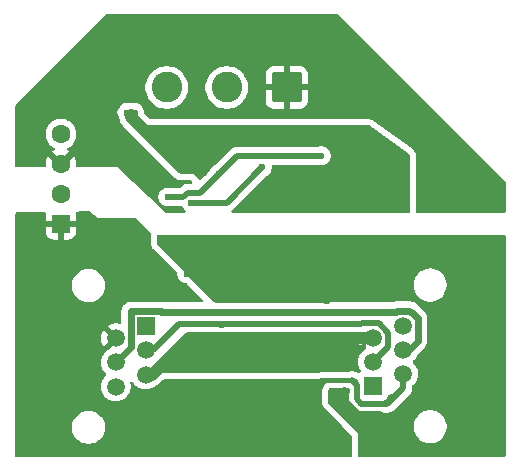
<source format=gbr>
%TF.GenerationSoftware,KiCad,Pcbnew,9.0.7-1.fc43*%
%TF.CreationDate,2026-02-06T20:22:45-08:00*%
%TF.ProjectId,inverter_board,696e7665-7274-4657-925f-626f6172642e,A0*%
%TF.SameCoordinates,PX81390e0PY9540020*%
%TF.FileFunction,Copper,L2,Bot*%
%TF.FilePolarity,Positive*%
%FSLAX46Y46*%
G04 Gerber Fmt 4.6, Leading zero omitted, Abs format (unit mm)*
G04 Created by KiCad (PCBNEW 9.0.7-1.fc43) date 2026-02-06 20:22:45*
%MOMM*%
%LPD*%
G01*
G04 APERTURE LIST*
G04 Aperture macros list*
%AMRoundRect*
0 Rectangle with rounded corners*
0 $1 Rounding radius*
0 $2 $3 $4 $5 $6 $7 $8 $9 X,Y pos of 4 corners*
0 Add a 4 corners polygon primitive as box body*
4,1,4,$2,$3,$4,$5,$6,$7,$8,$9,$2,$3,0*
0 Add four circle primitives for the rounded corners*
1,1,$1+$1,$2,$3*
1,1,$1+$1,$4,$5*
1,1,$1+$1,$6,$7*
1,1,$1+$1,$8,$9*
0 Add four rect primitives between the rounded corners*
20,1,$1+$1,$2,$3,$4,$5,0*
20,1,$1+$1,$4,$5,$6,$7,0*
20,1,$1+$1,$6,$7,$8,$9,0*
20,1,$1+$1,$8,$9,$2,$3,0*%
G04 Aperture macros list end*
%TA.AperFunction,ComponentPad*%
%ADD10RoundRect,0.250000X1.050000X1.050000X-1.050000X1.050000X-1.050000X-1.050000X1.050000X-1.050000X0*%
%TD*%
%TA.AperFunction,ComponentPad*%
%ADD11C,2.600000*%
%TD*%
%TA.AperFunction,ComponentPad*%
%ADD12R,1.520000X1.520000*%
%TD*%
%TA.AperFunction,ComponentPad*%
%ADD13C,1.520000*%
%TD*%
%TA.AperFunction,ComponentPad*%
%ADD14RoundRect,0.240000X-0.560000X-0.560000X0.560000X-0.560000X0.560000X0.560000X-0.560000X0.560000X0*%
%TD*%
%TA.AperFunction,ComponentPad*%
%ADD15C,1.600000*%
%TD*%
%TA.AperFunction,ViaPad*%
%ADD16C,0.600000*%
%TD*%
%TA.AperFunction,Conductor*%
%ADD17C,0.200000*%
%TD*%
%TA.AperFunction,Conductor*%
%ADD18C,0.400000*%
%TD*%
%TA.AperFunction,Conductor*%
%ADD19C,0.500000*%
%TD*%
%TA.AperFunction,Conductor*%
%ADD20C,0.800000*%
%TD*%
%TA.AperFunction,Conductor*%
%ADD21C,1.000000*%
%TD*%
%TA.AperFunction,Conductor*%
%ADD22C,0.600000*%
%TD*%
G04 APERTURE END LIST*
D10*
%TO.P,J3,1,Pin_1*%
%TO.N,GND*%
X-19021000Y31775000D03*
D11*
%TO.P,J3,2,Pin_2*%
%TO.N,Net-(J3-Pin_2)*%
X-24101000Y31775000D03*
%TO.P,J3,3,Pin_3*%
%TO.N,Net-(J3-Pin_3)*%
X-29181000Y31775000D03*
%TD*%
D12*
%TO.P,J2,1*%
%TO.N,unconnected-(J2-Pad1)*%
X-11720000Y6500000D03*
D13*
%TO.P,J2,2*%
%TO.N,GNDPWR*%
X-9180000Y7520000D03*
%TO.P,J2,3*%
%TO.N,/INV_DATA*%
X-11720000Y8540000D03*
%TO.P,J2,4*%
%TO.N,Net-(J1-Pad4)*%
X-9180000Y9560000D03*
%TO.P,J2,5*%
%TO.N,+12V*%
X-11720000Y10580000D03*
%TO.P,J2,6*%
%TO.N,unconnected-(J2-Pad6)*%
X-9180000Y11600000D03*
%TD*%
D14*
%TO.P,B1,1,-Vin*%
%TO.N,GNDPWR*%
X-38139000Y20200000D03*
D15*
%TO.P,B1,2,+Vin*%
%TO.N,+5VP*%
X-38139000Y22740000D03*
%TO.P,B1,3,-Vout*%
%TO.N,GND*%
X-38139000Y25280000D03*
%TO.P,B1,4,+Vout*%
%TO.N,+5V*%
X-38139000Y27820000D03*
%TD*%
D12*
%TO.P,J1,1*%
%TO.N,unconnected-(J1-Pad1)*%
X-30960000Y11550000D03*
D13*
%TO.P,J1,2*%
%TO.N,GNDPWR*%
X-33500000Y10530000D03*
%TO.P,J1,3*%
%TO.N,/INV_DATA*%
X-30960000Y9510000D03*
%TO.P,J1,4*%
%TO.N,Net-(J1-Pad4)*%
X-33500000Y8490000D03*
%TO.P,J1,5*%
%TO.N,+12V*%
X-30960000Y7470000D03*
%TO.P,J1,6*%
%TO.N,unconnected-(J1-Pad6)*%
X-33500000Y6450000D03*
%TD*%
D16*
%TO.N,+5VP*%
X-1101000Y18606000D03*
%TO.N,GNDPWR*%
X-41601000Y20606000D03*
X-41101000Y1106000D03*
%TO.N,+5VP*%
X-1101000Y1106000D03*
%TO.N,GNDPWR*%
X-28601000Y6106000D03*
X-24601000Y6106000D03*
%TO.N,GND*%
X-33601000Y37606000D03*
X-17101000Y37106000D03*
X-1101000Y23606000D03*
%TO.N,+5V*%
X-11301000Y23506000D03*
X-11301000Y24306000D03*
X-17801000Y24206000D03*
%TO.N,+5VP*%
X-11700000Y1400000D03*
X-12400000Y1400000D03*
X-27500000Y16000000D03*
X-27459000Y16641000D03*
X-15641000Y13705000D03*
X-15641000Y14305000D03*
X-10992000Y3950000D03*
X-11525000Y3620000D03*
X-14500000Y6100000D03*
X-13901000Y6106000D03*
%TO.N,+5V*%
X-32553000Y29650000D03*
X-31895000Y29650000D03*
X-26001000Y24506000D03*
X-26053000Y25165000D03*
%TO.N,/INV_DATA*%
X-24500000Y11641000D03*
%TO.N,/DIR*%
X-16101000Y26000000D03*
X-29101000Y22500000D03*
X-24782851Y24472178D03*
%TO.N,Net-(U2-VO)*%
X-21101000Y25000000D03*
X-27101000Y22000000D03*
%TD*%
D17*
%TO.N,+5VP*%
X-13988000Y6107000D02*
X-13901000Y6106000D01*
D18*
%TO.N,GNDPWR*%
X-13500000Y7000000D02*
X-16000000Y7000000D01*
D19*
X-9180000Y7520000D02*
X-9180000Y6320000D01*
X-12700000Y5000000D02*
X-13100000Y5400000D01*
X-9180000Y6320000D02*
X-10500000Y5000000D01*
X-10500000Y5000000D02*
X-12700000Y5000000D01*
X-13100000Y6600000D02*
X-13500000Y7000000D01*
D17*
X-34900000Y9130000D02*
X-33500000Y10530000D01*
D19*
X-13100000Y5400000D02*
X-13100000Y6600000D01*
D17*
X-16000000Y7000000D02*
X-29400000Y7000000D01*
X-29400000Y7000000D02*
X-31300000Y5100000D01*
X-34100000Y5100000D02*
X-34900000Y5900000D01*
X-31300000Y5100000D02*
X-34100000Y5100000D01*
X-34900000Y5900000D02*
X-34900000Y9130000D01*
D20*
%TO.N,+5VP*%
X-14200000Y6071000D02*
X-14200000Y5000000D01*
D21*
X-14200000Y5000000D02*
X-13100000Y3900000D01*
X-13100000Y3900000D02*
X-13090937Y3909063D01*
X-13090937Y3909063D02*
X-11235938Y3909063D01*
D19*
%TO.N,/DIR*%
X-26377515Y22877515D02*
X-27422485Y22877515D01*
X-27422485Y22877515D02*
X-27800000Y22500000D01*
X-24782851Y24472178D02*
X-26377515Y22877515D01*
D21*
%TO.N,+5VP*%
X-15900000Y14000000D02*
X-24900000Y14000000D01*
X-24900000Y14000000D02*
X-27059000Y16159000D01*
X-27059000Y16159000D02*
X-27059000Y16241000D01*
D17*
X-27459000Y16641000D02*
X-27059000Y16241000D01*
X-15641000Y14259000D02*
X-15900000Y14000000D01*
X-11525000Y3620000D02*
X-11235938Y3909063D01*
%TO.N,+5V*%
X-31910000Y29665000D02*
X-31895000Y29650000D01*
X-32216500Y29415000D02*
X-32216500Y29665000D01*
X-32216500Y29665000D02*
X-31910000Y29665000D01*
D21*
X-27856500Y24915000D02*
X-32216500Y29275000D01*
X-26303000Y24915000D02*
X-27856500Y24915000D01*
D17*
X-26053000Y25165000D02*
X-26303000Y24915000D01*
D21*
X-32216500Y29275000D02*
X-32216500Y29415000D01*
%TO.N,+12V*%
X-30450000Y7470000D02*
X-30960000Y7470000D01*
X-27340000Y10580000D02*
X-30450000Y7470000D01*
X-11720000Y10580000D02*
X-27340000Y10580000D01*
D22*
%TO.N,Net-(J1-Pad4)*%
X-32230000Y12800000D02*
X-32221000Y12800000D01*
X-32221000Y12811000D02*
X-29699000Y12811000D01*
X-8596676Y12800000D02*
X-8475000Y12800000D01*
X-8475000Y12800000D02*
X-7910000Y12235000D01*
X-29699000Y12800000D02*
X-9763324Y12800000D01*
X-7910000Y10330000D02*
X-8680000Y9560000D01*
X-32221000Y12800000D02*
X-32221000Y12811000D01*
X-33500000Y8490000D02*
X-32230000Y9760000D01*
X-8657676Y12861000D02*
X-8596676Y12800000D01*
X-7910000Y12235000D02*
X-7910000Y10330000D01*
X-32230000Y9760000D02*
X-32230000Y12800000D01*
D17*
X-8680000Y9560000D02*
X-9180000Y9560000D01*
D22*
X-29699000Y12811000D02*
X-29699000Y12800000D01*
X-9763324Y12800000D02*
X-9702324Y12861000D01*
X-9702324Y12861000D02*
X-8657676Y12861000D01*
D19*
%TO.N,/INV_DATA*%
X-24582000Y11723000D02*
X-28169500Y11723000D01*
X-11285000Y11800000D02*
X-11276000Y11791000D01*
X-12633000Y11800000D02*
X-11285000Y11800000D01*
X-11218387Y11791000D02*
X-10509000Y11081613D01*
X-28169500Y11723000D02*
X-30382500Y9510000D01*
X-10450000Y11002500D02*
X-10450000Y9810000D01*
X-11276000Y11791000D02*
X-11218387Y11791000D01*
D17*
X-30382500Y9510000D02*
X-30960000Y9510000D01*
D19*
X-24418000Y11723000D02*
X-12710000Y11723000D01*
X-12710000Y11723000D02*
X-12633000Y11800000D01*
X-10509000Y11061500D02*
X-10450000Y11002500D01*
X-10450000Y9810000D02*
X-11720000Y8540000D01*
D17*
X-24500000Y11641000D02*
X-24418000Y11723000D01*
D19*
X-10509000Y11081613D02*
X-10509000Y11061500D01*
D17*
X-24500000Y11641000D02*
X-24582000Y11723000D01*
D19*
%TO.N,/DIR*%
X-16101000Y26000000D02*
X-23255029Y26000000D01*
X-23255029Y26000000D02*
X-24782851Y24472178D01*
X-27800000Y22500000D02*
X-29101000Y22500000D01*
%TO.N,Net-(U2-VO)*%
X-24101000Y22000000D02*
X-27101000Y22000000D01*
X-21101000Y25000000D02*
X-24101000Y22000000D01*
%TD*%
%TA.AperFunction,Conductor*%
%TO.N,GNDPWR*%
G36*
X-35774294Y21280315D02*
G01*
X-35766938Y21275204D01*
X-35000000Y20700000D01*
X-31851362Y20700000D01*
X-31784323Y20680315D01*
X-31763681Y20663681D01*
X-30520542Y19420542D01*
X-30487057Y19359219D01*
X-30485485Y19315215D01*
X-30505500Y19176002D01*
X-30505500Y18551360D01*
X-30502603Y18497312D01*
X-30502603Y18497311D01*
X-30499771Y18470978D01*
X-30499768Y18470951D01*
X-30491115Y18417555D01*
X-30491115Y18417553D01*
X-30440834Y18282748D01*
X-30440832Y18282743D01*
X-30407347Y18221420D01*
X-30321123Y18106239D01*
X-30321119Y18106235D01*
X-30321114Y18106229D01*
X-28336819Y16121935D01*
X-28303334Y16060612D01*
X-28300500Y16034254D01*
X-28300500Y15921154D01*
X-28269739Y15766511D01*
X-28269736Y15766499D01*
X-28209398Y15620828D01*
X-28209391Y15620815D01*
X-28121790Y15489712D01*
X-28121787Y15489708D01*
X-28010293Y15378214D01*
X-28010289Y15378211D01*
X-27879186Y15290610D01*
X-27879173Y15290603D01*
X-27733502Y15230265D01*
X-27733497Y15230263D01*
X-27578847Y15199501D01*
X-27578844Y15199500D01*
X-27578842Y15199500D01*
X-27565782Y15199500D01*
X-27498743Y15179815D01*
X-27478101Y15163181D01*
X-26127101Y13812181D01*
X-26093616Y13750858D01*
X-26098600Y13681166D01*
X-26140472Y13625233D01*
X-26205936Y13600816D01*
X-26214782Y13600500D01*
X-29552646Y13600500D01*
X-29576838Y13602883D01*
X-29598597Y13607211D01*
X-29620157Y13611500D01*
X-29620158Y13611500D01*
X-32142158Y13611500D01*
X-32299842Y13611500D01*
X-32299845Y13611500D01*
X-32454490Y13580739D01*
X-32454502Y13580736D01*
X-32600173Y13520398D01*
X-32600186Y13520391D01*
X-32731289Y13432790D01*
X-32731293Y13432787D01*
X-32842785Y13321295D01*
X-32846647Y13316588D01*
X-32847017Y13316892D01*
X-32848312Y13315314D01*
X-32847926Y13314997D01*
X-32851790Y13310289D01*
X-32939391Y13179186D01*
X-32939398Y13179173D01*
X-32999736Y13033502D01*
X-32999739Y13033490D01*
X-33030500Y12878847D01*
X-33030500Y11872964D01*
X-33050185Y11805925D01*
X-33102989Y11760170D01*
X-33172147Y11750226D01*
X-33192816Y11755032D01*
X-33204950Y11758975D01*
X-33400837Y11790000D01*
X-33599163Y11790000D01*
X-33795053Y11758974D01*
X-33983670Y11697690D01*
X-33983678Y11697687D01*
X-34160385Y11607648D01*
X-34197285Y11580840D01*
X-34197285Y11580839D01*
X-33588585Y10972139D01*
X-33673694Y10949333D01*
X-33776306Y10890090D01*
X-33860090Y10806306D01*
X-33919333Y10703694D01*
X-33942139Y10618585D01*
X-34550839Y11227285D01*
X-34550840Y11227285D01*
X-34577648Y11190385D01*
X-34667687Y11013678D01*
X-34667690Y11013670D01*
X-34728974Y10825053D01*
X-34760000Y10629164D01*
X-34760000Y10430837D01*
X-34728974Y10234948D01*
X-34667690Y10046331D01*
X-34667689Y10046328D01*
X-34577650Y9869620D01*
X-34550839Y9832717D01*
X-33942139Y10441416D01*
X-33919333Y10356306D01*
X-33860090Y10253694D01*
X-33776306Y10169910D01*
X-33673694Y10110667D01*
X-33588587Y10087863D01*
X-34040177Y9636272D01*
X-34071562Y9613469D01*
X-34160644Y9568079D01*
X-34240904Y9509767D01*
X-34321161Y9451456D01*
X-34321163Y9451454D01*
X-34321164Y9451454D01*
X-34461454Y9311164D01*
X-34461454Y9311163D01*
X-34461456Y9311161D01*
X-34515523Y9236745D01*
X-34578074Y9150651D01*
X-34578076Y9150648D01*
X-34668150Y8973869D01*
X-34698807Y8879516D01*
X-34729463Y8785168D01*
X-34729464Y8785165D01*
X-34729464Y8785163D01*
X-34760500Y8589210D01*
X-34760500Y8390791D01*
X-34744720Y8291163D01*
X-34729463Y8194832D01*
X-34696985Y8094877D01*
X-34668150Y8006132D01*
X-34634114Y7939333D01*
X-34578077Y7829354D01*
X-34461456Y7668839D01*
X-34461454Y7668837D01*
X-34350298Y7557681D01*
X-34316813Y7496358D01*
X-34321797Y7426666D01*
X-34350298Y7382319D01*
X-34461454Y7271164D01*
X-34461454Y7271163D01*
X-34461456Y7271161D01*
X-34502875Y7214152D01*
X-34578074Y7110651D01*
X-34578076Y7110648D01*
X-34668150Y6933869D01*
X-34698807Y6839516D01*
X-34729463Y6745168D01*
X-34729464Y6745165D01*
X-34729464Y6745163D01*
X-34760500Y6549210D01*
X-34760500Y6350791D01*
X-34732736Y6175499D01*
X-34729463Y6154832D01*
X-34682860Y6011404D01*
X-34668150Y5966132D01*
X-34620443Y5872503D01*
X-34578077Y5789354D01*
X-34461456Y5628839D01*
X-34321161Y5488544D01*
X-34160646Y5371923D01*
X-34060132Y5320709D01*
X-33983869Y5281851D01*
X-33983867Y5281851D01*
X-33983864Y5281849D01*
X-33795168Y5220537D01*
X-33697186Y5205019D01*
X-33599209Y5189500D01*
X-33599204Y5189500D01*
X-33400791Y5189500D01*
X-33311722Y5203608D01*
X-33204832Y5220537D01*
X-33016136Y5281849D01*
X-32839354Y5371923D01*
X-32678839Y5488544D01*
X-32538544Y5628839D01*
X-32421923Y5789354D01*
X-32331849Y5966136D01*
X-32270537Y6154832D01*
X-32248199Y6295869D01*
X-32239500Y6350791D01*
X-32239500Y6549210D01*
X-32267750Y6727569D01*
X-32258796Y6796862D01*
X-32213800Y6850314D01*
X-32147048Y6870954D01*
X-32079734Y6852229D01*
X-32041022Y6813238D01*
X-32040941Y6813296D01*
X-32040565Y6812778D01*
X-32039549Y6811755D01*
X-32038082Y6809361D01*
X-32038078Y6809355D01*
X-32038077Y6809354D01*
X-31921456Y6648839D01*
X-31781161Y6508544D01*
X-31620646Y6391923D01*
X-31539919Y6350791D01*
X-31443869Y6301851D01*
X-31443867Y6301851D01*
X-31443864Y6301849D01*
X-31255168Y6240537D01*
X-31157186Y6225019D01*
X-31059209Y6209500D01*
X-31059204Y6209500D01*
X-30860791Y6209500D01*
X-30771722Y6223608D01*
X-30664832Y6240537D01*
X-30476136Y6301849D01*
X-30299354Y6391923D01*
X-30138839Y6508544D01*
X-30138829Y6508555D01*
X-30136941Y6510166D01*
X-30103849Y6530448D01*
X-30072057Y6543616D01*
X-29976086Y6583368D01*
X-29812218Y6692861D01*
X-29672861Y6832218D01*
X-29672859Y6832222D01*
X-29446397Y7058685D01*
X-29419465Y7073390D01*
X-29393652Y7089978D01*
X-29387452Y7090870D01*
X-29385075Y7092167D01*
X-29358717Y7095001D01*
X-29315299Y7095001D01*
X-29315236Y7095000D01*
X-29313330Y7095000D01*
X-16399851Y7095000D01*
X-16399770Y7095000D01*
X-16395191Y7095021D01*
X-16393914Y7095033D01*
X-16393054Y7095040D01*
X-16388559Y7095100D01*
X-16246530Y7118110D01*
X-16186845Y7136796D01*
X-16186846Y7136797D01*
X-16178852Y7139299D01*
X-16152293Y7147615D01*
X-16147356Y7150032D01*
X-16138367Y7153756D01*
X-16138366Y7153755D01*
X-16068160Y7182836D01*
X-16044904Y7189890D01*
X-16034110Y7192037D01*
X-16031179Y7192619D01*
X-16006995Y7195000D01*
X-14424074Y7195000D01*
X-14357035Y7175315D01*
X-14311280Y7122511D01*
X-14301336Y7053353D01*
X-14330361Y6989797D01*
X-14389139Y6952023D01*
X-14399882Y6949383D01*
X-14462660Y6936896D01*
X-14462668Y6936894D01*
X-14527742Y6909939D01*
X-14575194Y6900500D01*
X-14578845Y6900500D01*
X-14733490Y6869739D01*
X-14733502Y6869736D01*
X-14867001Y6814439D01*
X-14914453Y6805000D01*
X-15376000Y6805000D01*
X-15376009Y6805000D01*
X-15376010Y6804999D01*
X-15483451Y6793448D01*
X-15483463Y6793446D01*
X-15534973Y6782240D01*
X-15637498Y6748117D01*
X-15637504Y6748114D01*
X-15758538Y6670329D01*
X-15758549Y6670321D01*
X-15811341Y6624577D01*
X-15905567Y6515836D01*
X-15905570Y6515832D01*
X-15965336Y6384966D01*
X-15985024Y6317918D01*
X-15988121Y6296378D01*
X-16002209Y6198386D01*
X-16005500Y6175499D01*
X-16005500Y5051360D01*
X-16002603Y4997312D01*
X-16002603Y4997311D01*
X-15999771Y4970978D01*
X-15999768Y4970951D01*
X-15991115Y4917555D01*
X-15991115Y4917553D01*
X-15942840Y4788127D01*
X-15940832Y4782743D01*
X-15907347Y4721420D01*
X-15821123Y4606239D01*
X-15821119Y4606235D01*
X-15821114Y4606229D01*
X-14335320Y3120436D01*
X-13541819Y2326935D01*
X-13508334Y2265612D01*
X-13505500Y2239254D01*
X-13505500Y624500D01*
X-13525185Y557461D01*
X-13577989Y511706D01*
X-13629500Y500500D01*
X-41875500Y500500D01*
X-41942539Y520185D01*
X-41988294Y572989D01*
X-41999500Y624500D01*
X-41999500Y3110222D01*
X-37200500Y3110222D01*
X-37200500Y2889779D01*
X-37166015Y2672048D01*
X-37097897Y2462397D01*
X-37097896Y2462394D01*
X-36997813Y2265975D01*
X-36868248Y2087642D01*
X-36868244Y2087637D01*
X-36712364Y1931757D01*
X-36712359Y1931753D01*
X-36556808Y1818740D01*
X-36534022Y1802185D01*
X-36405625Y1736763D01*
X-36337607Y1702105D01*
X-36337604Y1702104D01*
X-36232779Y1668045D01*
X-36127951Y1633985D01*
X-35910222Y1599500D01*
X-35910221Y1599500D01*
X-35689779Y1599500D01*
X-35689778Y1599500D01*
X-35472049Y1633985D01*
X-35262394Y1702105D01*
X-35065978Y1802185D01*
X-34887635Y1931758D01*
X-34731758Y2087635D01*
X-34602185Y2265978D01*
X-34502105Y2462394D01*
X-34433985Y2672049D01*
X-34399500Y2889778D01*
X-34399500Y3110222D01*
X-34433985Y3327951D01*
X-34502105Y3537606D01*
X-34502105Y3537607D01*
X-34536763Y3605625D01*
X-34602185Y3734022D01*
X-34618740Y3756808D01*
X-34731753Y3912359D01*
X-34731757Y3912364D01*
X-34887637Y4068244D01*
X-34887642Y4068248D01*
X-35065975Y4197813D01*
X-35065976Y4197814D01*
X-35065978Y4197815D01*
X-35128904Y4229878D01*
X-35262394Y4297896D01*
X-35262397Y4297897D01*
X-35472048Y4366015D01*
X-35580914Y4383258D01*
X-35689778Y4400500D01*
X-35910222Y4400500D01*
X-35982799Y4389005D01*
X-36127953Y4366015D01*
X-36337604Y4297897D01*
X-36337607Y4297896D01*
X-36534026Y4197813D01*
X-36712359Y4068248D01*
X-36712364Y4068244D01*
X-36868244Y3912364D01*
X-36868248Y3912359D01*
X-36997813Y3734026D01*
X-37097896Y3537607D01*
X-37097897Y3537604D01*
X-37166015Y3327953D01*
X-37200500Y3110222D01*
X-41999500Y3110222D01*
X-41999500Y15110222D01*
X-37200500Y15110222D01*
X-37200500Y14889779D01*
X-37166015Y14672048D01*
X-37097897Y14462397D01*
X-37097896Y14462394D01*
X-36997813Y14265975D01*
X-36868248Y14087642D01*
X-36868244Y14087637D01*
X-36712364Y13931757D01*
X-36712359Y13931753D01*
X-36556808Y13818740D01*
X-36534022Y13802185D01*
X-36433288Y13750858D01*
X-36337607Y13702105D01*
X-36337604Y13702104D01*
X-36232779Y13668045D01*
X-36127951Y13633985D01*
X-35910222Y13599500D01*
X-35910221Y13599500D01*
X-35689779Y13599500D01*
X-35689778Y13599500D01*
X-35472049Y13633985D01*
X-35262394Y13702105D01*
X-35065978Y13802185D01*
X-34887635Y13931758D01*
X-34731758Y14087635D01*
X-34602185Y14265978D01*
X-34502105Y14462394D01*
X-34433985Y14672049D01*
X-34399500Y14889778D01*
X-34399500Y15110222D01*
X-34433985Y15327951D01*
X-34486543Y15489711D01*
X-34502104Y15537604D01*
X-34502105Y15537607D01*
X-34544509Y15620828D01*
X-34602185Y15734022D01*
X-34625789Y15766511D01*
X-34731753Y15912359D01*
X-34731757Y15912364D01*
X-34887637Y16068244D01*
X-34887642Y16068248D01*
X-35065975Y16197813D01*
X-35065976Y16197814D01*
X-35065978Y16197815D01*
X-35128904Y16229878D01*
X-35262394Y16297896D01*
X-35262397Y16297897D01*
X-35472048Y16366015D01*
X-35580914Y16383258D01*
X-35689778Y16400500D01*
X-35910222Y16400500D01*
X-35982799Y16389005D01*
X-36127953Y16366015D01*
X-36337604Y16297897D01*
X-36337607Y16297896D01*
X-36534026Y16197813D01*
X-36712359Y16068248D01*
X-36712364Y16068244D01*
X-36868244Y15912364D01*
X-36868248Y15912359D01*
X-36997813Y15734026D01*
X-37097896Y15537607D01*
X-37097897Y15537604D01*
X-37166015Y15327953D01*
X-37200500Y15110222D01*
X-41999500Y15110222D01*
X-41999500Y21076000D01*
X-41979815Y21143039D01*
X-41927011Y21188794D01*
X-41875500Y21200000D01*
X-39504489Y21200000D01*
X-39437450Y21180315D01*
X-39391695Y21127511D01*
X-39381751Y21058353D01*
X-39386783Y21036996D01*
X-39428646Y20910662D01*
X-39439000Y20809321D01*
X-39439000Y20450000D01*
X-38572012Y20450000D01*
X-38604925Y20392993D01*
X-38639000Y20265826D01*
X-38639000Y20134174D01*
X-38604925Y20007007D01*
X-38572012Y19950000D01*
X-39438999Y19950000D01*
X-39438999Y19590680D01*
X-39428646Y19489339D01*
X-39374233Y19325130D01*
X-39283420Y19177902D01*
X-39161099Y19055581D01*
X-39013871Y18964768D01*
X-38849662Y18910355D01*
X-38748315Y18900001D01*
X-38389001Y18900001D01*
X-38389000Y18900002D01*
X-38389000Y19766988D01*
X-38331993Y19734075D01*
X-38204826Y19700000D01*
X-38073174Y19700000D01*
X-37946007Y19734075D01*
X-37889000Y19766988D01*
X-37889000Y18900001D01*
X-37529694Y18900001D01*
X-37529680Y18900002D01*
X-37428339Y18910355D01*
X-37264130Y18964768D01*
X-37116902Y19055581D01*
X-36994581Y19177902D01*
X-36903768Y19325130D01*
X-36849355Y19489339D01*
X-36839001Y19590680D01*
X-36839000Y19590693D01*
X-36839000Y19950000D01*
X-37705988Y19950000D01*
X-37673075Y20007007D01*
X-37639000Y20134174D01*
X-37639000Y20265826D01*
X-37673075Y20392993D01*
X-37705988Y20450000D01*
X-36839001Y20450000D01*
X-36839001Y20809306D01*
X-36839002Y20809321D01*
X-36849355Y20910662D01*
X-36891217Y21036996D01*
X-36893619Y21106825D01*
X-36857887Y21166866D01*
X-36823896Y21189302D01*
X-36799839Y21200000D01*
X-36700000Y21200000D01*
X-36620048Y21279953D01*
X-36599023Y21289302D01*
X-36586280Y21291005D01*
X-36574996Y21297166D01*
X-36548638Y21300000D01*
X-35841333Y21300000D01*
X-35774294Y21280315D01*
G37*
%TD.AperFunction*%
%TA.AperFunction,Conductor*%
G36*
X-9491523Y6296378D02*
G01*
X-9475054Y6291027D01*
X-9279163Y6260000D01*
X-9192879Y6260000D01*
X-9125840Y6240315D01*
X-9080085Y6187511D01*
X-9070141Y6118353D01*
X-9099166Y6054797D01*
X-9105198Y6048319D01*
X-10335181Y4818337D01*
X-10353971Y4802916D01*
X-10373792Y4789672D01*
X-10395229Y4778214D01*
X-10417253Y4769091D01*
X-10440512Y4762035D01*
X-10463893Y4757383D01*
X-10488085Y4755000D01*
X-10663504Y4755000D01*
X-10730543Y4774685D01*
X-10732395Y4775898D01*
X-10762018Y4795692D01*
X-10762031Y4795699D01*
X-10944099Y4871113D01*
X-10944109Y4871116D01*
X-11137395Y4909563D01*
X-11137397Y4909563D01*
X-12643281Y4909563D01*
X-12710320Y4929248D01*
X-12730962Y4945882D01*
X-13247940Y5462860D01*
X-13281425Y5524183D01*
X-13276441Y5593875D01*
X-13263362Y5619431D01*
X-13257077Y5628837D01*
X-13202833Y5710019D01*
X-13149223Y5754823D01*
X-13079898Y5763530D01*
X-13016870Y5733376D01*
X-12980150Y5673933D01*
X-12976443Y5654383D01*
X-12974093Y5632520D01*
X-12923798Y5497672D01*
X-12923794Y5497665D01*
X-12899296Y5464940D01*
X-12899293Y5464937D01*
X-12837546Y5382454D01*
X-12755065Y5320709D01*
X-12722332Y5296205D01*
X-12722329Y5296203D01*
X-12587483Y5245909D01*
X-12587484Y5245909D01*
X-12580556Y5245165D01*
X-12527873Y5239500D01*
X-10912128Y5239501D01*
X-10852517Y5245909D01*
X-10717669Y5296204D01*
X-10602454Y5382454D01*
X-10516204Y5497669D01*
X-10465909Y5632517D01*
X-10462392Y5665227D01*
X-10435654Y5729778D01*
X-10378262Y5769626D01*
X-10347949Y5775656D01*
X-10345206Y5775853D01*
X-10345202Y5775852D01*
X-10201691Y5786116D01*
X-10066882Y5836398D01*
X-10005559Y5869883D01*
X-9890378Y5956107D01*
X-9732232Y6114253D01*
X-9732224Y6114264D01*
X-9732219Y6114268D01*
X-9692290Y6163817D01*
X-9664424Y6198395D01*
X-9635923Y6242742D01*
X-9635920Y6242750D01*
X-9634160Y6245487D01*
X-9581356Y6291242D01*
X-9512197Y6301186D01*
X-9491523Y6296378D01*
G37*
%TD.AperFunction*%
%TA.AperFunction,Conductor*%
G36*
X-13463895Y7242619D02*
G01*
X-13440520Y7237969D01*
X-13417259Y7230912D01*
X-13395236Y7221790D01*
X-13373798Y7210332D01*
X-13297356Y7159256D01*
X-13234454Y7123459D01*
X-13234450Y7123458D01*
X-13230676Y7121817D01*
X-13220910Y7117899D01*
X-13201797Y7105845D01*
X-13167198Y7096006D01*
X-13085423Y7067772D01*
X-13071341Y7062910D01*
X-13071815Y7061539D01*
X-13017907Y7032960D01*
X-12983668Y6972055D01*
X-12980500Y6944204D01*
X-12980500Y6578011D01*
X-13000185Y6510972D01*
X-13052989Y6465217D01*
X-13122147Y6455273D01*
X-13185703Y6484298D01*
X-13207602Y6509120D01*
X-13279211Y6616289D01*
X-13279214Y6616293D01*
X-13390708Y6727787D01*
X-13390712Y6727790D01*
X-13521815Y6815391D01*
X-13521828Y6815398D01*
X-13667499Y6875736D01*
X-13667511Y6875739D01*
X-13822155Y6906500D01*
X-13822158Y6906500D01*
X-13839291Y6906500D01*
X-13839504Y6906531D01*
X-13839609Y6906500D01*
X-13840446Y6906668D01*
X-13874530Y6911613D01*
X-13880754Y6913458D01*
X-13937334Y6936894D01*
X-14005699Y6950493D01*
X-14011165Y6952113D01*
X-14035915Y6968108D01*
X-14062028Y6981768D01*
X-14064927Y6986858D01*
X-14069847Y6990038D01*
X-14082022Y7016879D01*
X-14096603Y7042484D01*
X-14096290Y7048333D01*
X-14098709Y7053667D01*
X-14094441Y7082823D01*
X-14092863Y7112253D01*
X-14089437Y7117005D01*
X-14088588Y7122800D01*
X-14069233Y7145022D01*
X-14051996Y7168925D01*
X-14046546Y7171070D01*
X-14042698Y7175487D01*
X-14014396Y7183719D01*
X-13986978Y7194506D01*
X-13975926Y7195000D01*
X-13794659Y7195000D01*
X-13794657Y7195000D01*
X-13696037Y7204713D01*
X-13648585Y7214152D01*
X-13596082Y7230081D01*
X-13584282Y7233037D01*
X-13565097Y7236853D01*
X-13536104Y7242618D01*
X-13511917Y7245000D01*
X-13488084Y7245000D01*
X-13463895Y7242619D01*
G37*
%TD.AperFunction*%
%TD*%
%TA.AperFunction,Conductor*%
%TO.N,+12V*%
G36*
X-24910958Y10952815D02*
G01*
X-24909106Y10951602D01*
X-24879186Y10931610D01*
X-24879173Y10931603D01*
X-24733502Y10871265D01*
X-24733497Y10871263D01*
X-24578847Y10840501D01*
X-24578844Y10840500D01*
X-24578842Y10840500D01*
X-24421156Y10840500D01*
X-24421155Y10840501D01*
X-24266503Y10871263D01*
X-24120821Y10931606D01*
X-24120815Y10931610D01*
X-24090894Y10951602D01*
X-24024217Y10972480D01*
X-24022003Y10972500D01*
X-13078725Y10972500D01*
X-13011686Y10952815D01*
X-12965931Y10900011D01*
X-12955987Y10830853D01*
X-12956252Y10829102D01*
X-12980000Y10679164D01*
X-12980000Y10480837D01*
X-12948974Y10284948D01*
X-12887690Y10096331D01*
X-12887689Y10096328D01*
X-12797650Y9919620D01*
X-12770839Y9882717D01*
X-12300000Y10353556D01*
X-12300000Y9659170D01*
X-12380644Y9618079D01*
X-12392859Y9609204D01*
X-12541161Y9501456D01*
X-12541163Y9501454D01*
X-12541164Y9501454D01*
X-12681454Y9361164D01*
X-12681454Y9361163D01*
X-12681456Y9361161D01*
X-12702945Y9331584D01*
X-12798074Y9200651D01*
X-12798076Y9200648D01*
X-12888150Y9023869D01*
X-12918807Y8929516D01*
X-12949463Y8835168D01*
X-12949464Y8835165D01*
X-12949464Y8835163D01*
X-12980500Y8639210D01*
X-12980500Y8440791D01*
X-12979095Y8431923D01*
X-12949463Y8244832D01*
X-12924266Y8167286D01*
X-12888150Y8056132D01*
X-12835944Y7953673D01*
X-12803162Y7889333D01*
X-12798076Y7879353D01*
X-12798070Y7879344D01*
X-12760629Y7827810D01*
X-12759581Y7824872D01*
X-12757204Y7822847D01*
X-12747916Y7792178D01*
X-12737149Y7762004D01*
X-12737856Y7758965D01*
X-12736951Y7755977D01*
X-12745721Y7725146D01*
X-12752975Y7693950D01*
X-12755469Y7690875D01*
X-12756066Y7688773D01*
X-12765136Y7678949D01*
X-12778952Y7661904D01*
X-12782674Y7658624D01*
X-12837546Y7617546D01*
X-12853593Y7596111D01*
X-12863194Y7587647D01*
X-12883724Y7578060D01*
X-12901859Y7564485D01*
X-12914771Y7563563D01*
X-12926501Y7558084D01*
X-12948955Y7561119D01*
X-12971550Y7559503D01*
X-12984939Y7565982D01*
X-12995741Y7567441D01*
X-13005982Y7576164D01*
X-13015664Y7580848D01*
X-13016519Y7579567D01*
X-13021582Y7582950D01*
X-13021584Y7582952D01*
X-13144506Y7665084D01*
X-13144508Y7665085D01*
X-13144510Y7665086D01*
X-13281088Y7721658D01*
X-13281094Y7721660D01*
X-13426081Y7750500D01*
X-13426083Y7750500D01*
X-13573917Y7750500D01*
X-13573919Y7750500D01*
X-13718907Y7721660D01*
X-13718917Y7721657D01*
X-13747205Y7709939D01*
X-13794657Y7700500D01*
X-16068995Y7700500D01*
X-16204323Y7673582D01*
X-16204333Y7673579D01*
X-16331810Y7620777D01*
X-16337181Y7617905D01*
X-16337877Y7619206D01*
X-16397562Y7600520D01*
X-16399770Y7600500D01*
X-29313330Y7600500D01*
X-29313346Y7600501D01*
X-29320942Y7600501D01*
X-29479057Y7600501D01*
X-29479058Y7600501D01*
X-29562745Y7578077D01*
X-29632595Y7579740D01*
X-29690457Y7618903D01*
X-29717312Y7678455D01*
X-29731028Y7765058D01*
X-29792311Y7953670D01*
X-29792312Y7953673D01*
X-29882355Y8130388D01*
X-29909162Y8167285D01*
X-29909163Y8167286D01*
X-30517863Y7558587D01*
X-30540667Y7643694D01*
X-30599910Y7746306D01*
X-30644989Y7791385D01*
X-27563418Y10935300D01*
X-27502433Y10969396D01*
X-27474863Y10972500D01*
X-24977997Y10972500D01*
X-24910958Y10952815D01*
G37*
%TD.AperFunction*%
%TD*%
%TA.AperFunction,Conductor*%
%TO.N,GND*%
G36*
X-14691637Y37979815D02*
G01*
X-14670995Y37963181D01*
X-536819Y23829005D01*
X-503334Y23767682D01*
X-500500Y23741324D01*
X-500500Y21302000D01*
X-520185Y21234961D01*
X-572989Y21189206D01*
X-624500Y21178000D01*
X-7971500Y21178000D01*
X-8038539Y21197685D01*
X-8084294Y21250489D01*
X-8095500Y21302000D01*
X-8095500Y26042183D01*
X-8095500Y26042187D01*
X-8104567Y26137497D01*
X-8113383Y26183416D01*
X-8140252Y26275295D01*
X-8212010Y26400004D01*
X-8254330Y26453981D01*
X-8254998Y26454852D01*
X-8255122Y26454991D01*
X-8359109Y26554431D01*
X-8359949Y26555031D01*
X-11774852Y28994248D01*
X-11785108Y29001384D01*
X-11790139Y29004793D01*
X-11800402Y29011567D01*
X-11882840Y29049217D01*
X-11931276Y29071337D01*
X-11998321Y29091024D01*
X-12045794Y29097850D01*
X-12140738Y29111500D01*
X-12140740Y29111500D01*
X-30586718Y29111500D01*
X-30653757Y29131185D01*
X-30674399Y29147819D01*
X-31058181Y29531601D01*
X-31091666Y29592924D01*
X-31094500Y29619282D01*
X-31094500Y29728845D01*
X-31094501Y29728847D01*
X-31125262Y29883490D01*
X-31125263Y29883497D01*
X-31167511Y29985494D01*
X-31185603Y30029173D01*
X-31185610Y30029186D01*
X-31273211Y30160289D01*
X-31273214Y30160293D01*
X-31384708Y30271787D01*
X-31384712Y30271790D01*
X-31515815Y30359391D01*
X-31515828Y30359398D01*
X-31661499Y30419736D01*
X-31661511Y30419739D01*
X-31816155Y30450500D01*
X-31816158Y30450500D01*
X-31973842Y30450500D01*
X-31973845Y30450500D01*
X-32134472Y30418549D01*
X-32134617Y30419274D01*
X-32160858Y30415500D01*
X-32287142Y30415500D01*
X-32313361Y30419391D01*
X-32313528Y30418549D01*
X-32474155Y30450500D01*
X-32474158Y30450500D01*
X-32631842Y30450500D01*
X-32631845Y30450500D01*
X-32786490Y30419739D01*
X-32786502Y30419736D01*
X-32932173Y30359398D01*
X-32932186Y30359391D01*
X-33063289Y30271790D01*
X-33063293Y30271787D01*
X-33174787Y30160293D01*
X-33174790Y30160289D01*
X-33262391Y30029186D01*
X-33262398Y30029173D01*
X-33322736Y29883502D01*
X-33322739Y29883490D01*
X-33353500Y29728847D01*
X-33353500Y29571154D01*
X-33322739Y29416511D01*
X-33322736Y29416499D01*
X-33262397Y29270826D01*
X-33237309Y29233279D01*
X-33219053Y29182263D01*
X-33218189Y29182434D01*
X-33217032Y29176616D01*
X-33217010Y29176555D01*
X-33217001Y29176460D01*
X-33178553Y28983171D01*
X-33178550Y28983161D01*
X-33103136Y28801093D01*
X-33103129Y28801080D01*
X-32993640Y28637219D01*
X-32993637Y28637215D01*
X-32849963Y28493541D01*
X-32849941Y28493521D01*
X-28636765Y24280345D01*
X-28636736Y24280314D01*
X-28494286Y24137864D01*
X-28494282Y24137861D01*
X-28330421Y24028372D01*
X-28330408Y24028365D01*
X-28201667Y23975039D01*
X-28148341Y23952951D01*
X-28148336Y23952949D01*
X-28053611Y23934107D01*
X-28020755Y23927572D01*
X-27955043Y23914500D01*
X-27955041Y23914500D01*
X-27955040Y23914500D01*
X-27757960Y23914500D01*
X-27175746Y23914500D01*
X-27146306Y23905856D01*
X-27116319Y23899332D01*
X-27111304Y23895578D01*
X-27108707Y23894815D01*
X-27088065Y23878181D01*
X-27049580Y23839696D01*
X-27016095Y23778373D01*
X-27021079Y23708681D01*
X-27062951Y23652748D01*
X-27128415Y23628331D01*
X-27137261Y23628015D01*
X-27496405Y23628015D01*
X-27641393Y23599175D01*
X-27641399Y23599173D01*
X-27777977Y23542601D01*
X-27777989Y23542594D01*
X-27827216Y23509702D01*
X-27900897Y23460471D01*
X-27900905Y23460465D01*
X-28074549Y23286819D01*
X-28135872Y23253334D01*
X-28162230Y23250500D01*
X-28796396Y23250500D01*
X-28843845Y23259938D01*
X-28867503Y23269737D01*
X-28867507Y23269738D01*
X-28867512Y23269740D01*
X-29022155Y23300500D01*
X-29022158Y23300500D01*
X-29179842Y23300500D01*
X-29179845Y23300500D01*
X-29334490Y23269739D01*
X-29334502Y23269736D01*
X-29480173Y23209398D01*
X-29480186Y23209391D01*
X-29611289Y23121790D01*
X-29611293Y23121787D01*
X-29722787Y23010293D01*
X-29722790Y23010289D01*
X-29810391Y22879186D01*
X-29810398Y22879173D01*
X-29870736Y22733502D01*
X-29870739Y22733490D01*
X-29901500Y22578847D01*
X-29901500Y22421154D01*
X-29870739Y22266511D01*
X-29870736Y22266499D01*
X-29810398Y22120828D01*
X-29810391Y22120815D01*
X-29722790Y21989712D01*
X-29722787Y21989708D01*
X-29611293Y21878214D01*
X-29611289Y21878211D01*
X-29480186Y21790610D01*
X-29480173Y21790603D01*
X-29358154Y21740062D01*
X-29334497Y21730263D01*
X-29179847Y21699501D01*
X-29179844Y21699500D01*
X-29179842Y21699500D01*
X-29022156Y21699500D01*
X-29022155Y21699501D01*
X-28945848Y21714680D01*
X-28867512Y21730261D01*
X-28867511Y21730262D01*
X-28867503Y21730263D01*
X-28843845Y21740063D01*
X-28796396Y21749500D01*
X-27946548Y21749500D01*
X-27879509Y21729815D01*
X-27833754Y21677011D01*
X-27831987Y21672952D01*
X-27810394Y21620821D01*
X-27810393Y21620818D01*
X-27722790Y21489712D01*
X-27722787Y21489708D01*
X-27622760Y21389681D01*
X-27589275Y21328358D01*
X-27594259Y21258666D01*
X-27636131Y21202733D01*
X-27701595Y21178316D01*
X-27710441Y21178000D01*
X-29230608Y21178000D01*
X-29297647Y21197685D01*
X-29314600Y21210778D01*
X-33430000Y25000000D01*
X-33430002Y25000000D01*
X-36721958Y25000000D01*
X-36788997Y25019685D01*
X-36834752Y25072489D01*
X-36844696Y25141647D01*
X-36844431Y25143397D01*
X-36839000Y25177688D01*
X-36839000Y25382318D01*
X-36871010Y25584418D01*
X-36934245Y25779032D01*
X-37027141Y25961350D01*
X-37059526Y26005923D01*
X-37059526Y26005924D01*
X-37656038Y25409411D01*
X-37673075Y25472993D01*
X-37738901Y25587007D01*
X-37831993Y25680099D01*
X-37946007Y25745925D01*
X-38009592Y25762963D01*
X-37413078Y26359476D01*
X-37413079Y26359477D01*
X-37457641Y26391853D01*
X-37457650Y26391859D01*
X-37550631Y26439235D01*
X-37601427Y26487210D01*
X-37618222Y26555031D01*
X-37595685Y26621165D01*
X-37550630Y26660205D01*
X-37457390Y26707713D01*
X-37407856Y26743702D01*
X-37291787Y26828029D01*
X-37291785Y26828032D01*
X-37291781Y26828034D01*
X-37147034Y26972781D01*
X-37147032Y26972785D01*
X-37147029Y26972787D01*
X-37094268Y27045410D01*
X-37026713Y27138390D01*
X-36933780Y27320781D01*
X-36870523Y27515466D01*
X-36838500Y27717648D01*
X-36838500Y27922352D01*
X-36870523Y28124534D01*
X-36933780Y28319219D01*
X-36933782Y28319222D01*
X-36933782Y28319224D01*
X-36967497Y28385393D01*
X-37026713Y28501610D01*
X-37034444Y28512251D01*
X-37147029Y28667214D01*
X-37291787Y28811972D01*
X-37457387Y28932285D01*
X-37457388Y28932286D01*
X-37457390Y28932287D01*
X-37514347Y28961309D01*
X-37639777Y29025219D01*
X-37834466Y29088478D01*
X-38009005Y29116122D01*
X-38036648Y29120500D01*
X-38241352Y29120500D01*
X-38265671Y29116649D01*
X-38443535Y29088478D01*
X-38638224Y29025219D01*
X-38820614Y28932285D01*
X-38986214Y28811972D01*
X-39130972Y28667214D01*
X-39251285Y28501614D01*
X-39344219Y28319224D01*
X-39407478Y28124535D01*
X-39439500Y27922352D01*
X-39439500Y27717649D01*
X-39407478Y27515466D01*
X-39344219Y27320777D01*
X-39251285Y27138387D01*
X-39130972Y26972787D01*
X-38986214Y26828029D01*
X-38820615Y26707716D01*
X-38820613Y26707715D01*
X-38820610Y26707713D01*
X-38727370Y26660205D01*
X-38676574Y26612230D01*
X-38659779Y26544409D01*
X-38682316Y26478275D01*
X-38727370Y26439235D01*
X-38820356Y26391857D01*
X-38864923Y26359477D01*
X-38864923Y26359476D01*
X-38268409Y25762963D01*
X-38331993Y25745925D01*
X-38446007Y25680099D01*
X-38539099Y25587007D01*
X-38604925Y25472993D01*
X-38621963Y25409410D01*
X-39218476Y26005923D01*
X-39218477Y26005923D01*
X-39250857Y25961356D01*
X-39343756Y25779032D01*
X-39406991Y25584418D01*
X-39439000Y25382318D01*
X-39439000Y25177688D01*
X-39439001Y25177688D01*
X-39433569Y25143397D01*
X-39442524Y25074104D01*
X-39487520Y25020652D01*
X-39554272Y25000013D01*
X-39556042Y25000000D01*
X-41875500Y25000000D01*
X-41942539Y25019685D01*
X-41988294Y25072489D01*
X-41999500Y25124000D01*
X-41999500Y30241324D01*
X-41979815Y30308363D01*
X-41963181Y30329005D01*
X-40399181Y31893005D01*
X-30981500Y31893005D01*
X-30981500Y31656996D01*
X-30981499Y31656980D01*
X-30950694Y31422990D01*
X-30889606Y31195007D01*
X-30799286Y30976955D01*
X-30799281Y30976944D01*
X-30755145Y30900500D01*
X-30681273Y30772550D01*
X-30681271Y30772547D01*
X-30681270Y30772546D01*
X-30537594Y30585303D01*
X-30537588Y30585296D01*
X-30370705Y30418413D01*
X-30370698Y30418407D01*
X-30260694Y30333999D01*
X-30183450Y30274727D01*
X-30052082Y30198882D01*
X-29979057Y30156720D01*
X-29979052Y30156718D01*
X-29979049Y30156716D01*
X-29760993Y30066394D01*
X-29533014Y30005307D01*
X-29299011Y29974500D01*
X-29299004Y29974500D01*
X-29062996Y29974500D01*
X-29062989Y29974500D01*
X-28828986Y30005307D01*
X-28601007Y30066394D01*
X-28382951Y30156716D01*
X-28178550Y30274727D01*
X-27991301Y30418408D01*
X-27824408Y30585301D01*
X-27680727Y30772550D01*
X-27562716Y30976951D01*
X-27472394Y31195007D01*
X-27411307Y31422986D01*
X-27380500Y31656989D01*
X-27380500Y31893005D01*
X-25901500Y31893005D01*
X-25901500Y31656996D01*
X-25901499Y31656980D01*
X-25870694Y31422990D01*
X-25809606Y31195007D01*
X-25719286Y30976955D01*
X-25719281Y30976944D01*
X-25675145Y30900500D01*
X-25601273Y30772550D01*
X-25601271Y30772547D01*
X-25601270Y30772546D01*
X-25457594Y30585303D01*
X-25457588Y30585296D01*
X-25290705Y30418413D01*
X-25290698Y30418407D01*
X-25180694Y30333999D01*
X-25103450Y30274727D01*
X-24972082Y30198882D01*
X-24899057Y30156720D01*
X-24899052Y30156718D01*
X-24899049Y30156716D01*
X-24680993Y30066394D01*
X-24453014Y30005307D01*
X-24219011Y29974500D01*
X-24219004Y29974500D01*
X-23982996Y29974500D01*
X-23982989Y29974500D01*
X-23748986Y30005307D01*
X-23521007Y30066394D01*
X-23302951Y30156716D01*
X-23098550Y30274727D01*
X-22911301Y30418408D01*
X-22744408Y30585301D01*
X-22600727Y30772550D01*
X-22482716Y30976951D01*
X-22392394Y31195007D01*
X-22331307Y31422986D01*
X-22300500Y31656989D01*
X-22300500Y31893011D01*
X-22331307Y32127014D01*
X-22392394Y32354993D01*
X-22482716Y32573049D01*
X-22482718Y32573052D01*
X-22482720Y32573057D01*
X-22538490Y32669652D01*
X-22600727Y32777450D01*
X-22675558Y32874972D01*
X-22675570Y32874987D01*
X-20821000Y32874987D01*
X-20821000Y32025000D01*
X-19621001Y32025000D01*
X-19646021Y31964598D01*
X-19671000Y31839019D01*
X-19671000Y31710981D01*
X-19646021Y31585402D01*
X-19621001Y31525000D01*
X-20820999Y31525000D01*
X-20820999Y30675014D01*
X-20810506Y30572303D01*
X-20755359Y30405881D01*
X-20755357Y30405876D01*
X-20663316Y30256655D01*
X-20539346Y30132685D01*
X-20390125Y30040644D01*
X-20390120Y30040642D01*
X-20223698Y29985495D01*
X-20223691Y29985494D01*
X-20120981Y29975001D01*
X-19271001Y29975001D01*
X-19271000Y29975002D01*
X-19271000Y31174999D01*
X-19210598Y31149979D01*
X-19085019Y31125000D01*
X-18956981Y31125000D01*
X-18831402Y31149979D01*
X-18771000Y31174999D01*
X-18771000Y29975001D01*
X-17921028Y29975001D01*
X-17921014Y29975002D01*
X-17818303Y29985495D01*
X-17651881Y30040642D01*
X-17651876Y30040644D01*
X-17502655Y30132685D01*
X-17378685Y30256655D01*
X-17286644Y30405876D01*
X-17286642Y30405881D01*
X-17231495Y30572303D01*
X-17231494Y30572310D01*
X-17221001Y30675014D01*
X-17221000Y30675027D01*
X-17221000Y31525000D01*
X-18420999Y31525000D01*
X-18395979Y31585402D01*
X-18371000Y31710981D01*
X-18371000Y31839019D01*
X-18395979Y31964598D01*
X-18420999Y32025000D01*
X-17221001Y32025000D01*
X-17221001Y32874972D01*
X-17221002Y32874987D01*
X-17231495Y32977698D01*
X-17286642Y33144120D01*
X-17286644Y33144125D01*
X-17378685Y33293346D01*
X-17502655Y33417316D01*
X-17651876Y33509357D01*
X-17651881Y33509359D01*
X-17818303Y33564506D01*
X-17818310Y33564507D01*
X-17921014Y33575000D01*
X-18771000Y33575000D01*
X-18771000Y32375002D01*
X-18831402Y32400021D01*
X-18956981Y32425000D01*
X-19085019Y32425000D01*
X-19210598Y32400021D01*
X-19271000Y32375002D01*
X-19271000Y33575000D01*
X-20120972Y33575000D01*
X-20120988Y33574999D01*
X-20223698Y33564506D01*
X-20390120Y33509359D01*
X-20390125Y33509357D01*
X-20539346Y33417316D01*
X-20663316Y33293346D01*
X-20755357Y33144125D01*
X-20755359Y33144120D01*
X-20810506Y32977698D01*
X-20810507Y32977691D01*
X-20821000Y32874987D01*
X-22675570Y32874987D01*
X-22744407Y32964698D01*
X-22744413Y32964705D01*
X-22911296Y33131588D01*
X-22911303Y33131594D01*
X-23098546Y33275270D01*
X-23098547Y33275271D01*
X-23098550Y33275273D01*
X-23180043Y33322323D01*
X-23302944Y33393281D01*
X-23302955Y33393286D01*
X-23521007Y33483606D01*
X-23748990Y33544694D01*
X-23982980Y33575499D01*
X-23982983Y33575500D01*
X-23982989Y33575500D01*
X-24219011Y33575500D01*
X-24219017Y33575500D01*
X-24219021Y33575499D01*
X-24453011Y33544694D01*
X-24680994Y33483606D01*
X-24899046Y33393286D01*
X-24899057Y33393281D01*
X-25103455Y33275270D01*
X-25290698Y33131594D01*
X-25290705Y33131588D01*
X-25457588Y32964705D01*
X-25457594Y32964698D01*
X-25601270Y32777455D01*
X-25719281Y32573057D01*
X-25719286Y32573046D01*
X-25809606Y32354994D01*
X-25870694Y32127011D01*
X-25901499Y31893021D01*
X-25901500Y31893005D01*
X-27380500Y31893005D01*
X-27380500Y31893011D01*
X-27411307Y32127014D01*
X-27472394Y32354993D01*
X-27562716Y32573049D01*
X-27562718Y32573052D01*
X-27562720Y32573057D01*
X-27604882Y32646082D01*
X-27680727Y32777450D01*
X-27824408Y32964699D01*
X-27824413Y32964705D01*
X-27991296Y33131588D01*
X-27991303Y33131594D01*
X-28178546Y33275270D01*
X-28178547Y33275271D01*
X-28178550Y33275273D01*
X-28260043Y33322323D01*
X-28382944Y33393281D01*
X-28382955Y33393286D01*
X-28601007Y33483606D01*
X-28828990Y33544694D01*
X-29062980Y33575499D01*
X-29062983Y33575500D01*
X-29062989Y33575500D01*
X-29299011Y33575500D01*
X-29299017Y33575500D01*
X-29299021Y33575499D01*
X-29533011Y33544694D01*
X-29760994Y33483606D01*
X-29979046Y33393286D01*
X-29979057Y33393281D01*
X-30183455Y33275270D01*
X-30370698Y33131594D01*
X-30370705Y33131588D01*
X-30537588Y32964705D01*
X-30537594Y32964698D01*
X-30681270Y32777455D01*
X-30799281Y32573057D01*
X-30799286Y32573046D01*
X-30889606Y32354994D01*
X-30950694Y32127011D01*
X-30981499Y31893021D01*
X-30981500Y31893005D01*
X-40399181Y31893005D01*
X-34329005Y37963181D01*
X-34267682Y37996666D01*
X-34241324Y37999500D01*
X-14758676Y37999500D01*
X-14691637Y37979815D01*
G37*
%TD.AperFunction*%
%TD*%
%TA.AperFunction,Conductor*%
%TO.N,+5VP*%
G36*
X-557461Y19280315D02*
G01*
X-511706Y19227511D01*
X-500500Y19176000D01*
X-500500Y624500D01*
X-520185Y557461D01*
X-572989Y511706D01*
X-624500Y500500D01*
X-12876000Y500500D01*
X-12943039Y520185D01*
X-12988794Y572989D01*
X-13000000Y624500D01*
X-13000000Y2500000D01*
X-13660222Y3160222D01*
X-8280500Y3160222D01*
X-8280500Y2939779D01*
X-8246015Y2722048D01*
X-8177897Y2512397D01*
X-8177896Y2512394D01*
X-8077813Y2315975D01*
X-7948248Y2137642D01*
X-7948244Y2137637D01*
X-7792364Y1981757D01*
X-7792359Y1981753D01*
X-7636808Y1868740D01*
X-7614022Y1852185D01*
X-7485625Y1786763D01*
X-7417607Y1752105D01*
X-7417604Y1752104D01*
X-7312779Y1718045D01*
X-7207951Y1683985D01*
X-6990222Y1649500D01*
X-6990221Y1649500D01*
X-6769779Y1649500D01*
X-6769778Y1649500D01*
X-6552049Y1683985D01*
X-6342394Y1752105D01*
X-6145978Y1852185D01*
X-5967635Y1981758D01*
X-5811758Y2137635D01*
X-5682185Y2315978D01*
X-5582105Y2512394D01*
X-5513985Y2722049D01*
X-5479500Y2939778D01*
X-5479500Y3160222D01*
X-5513985Y3377951D01*
X-5582105Y3587606D01*
X-5582105Y3587607D01*
X-5616763Y3655625D01*
X-5682185Y3784022D01*
X-5698740Y3806808D01*
X-5811753Y3962359D01*
X-5811757Y3962364D01*
X-5967637Y4118244D01*
X-5967642Y4118248D01*
X-6145975Y4247813D01*
X-6145976Y4247814D01*
X-6145978Y4247815D01*
X-6208904Y4279878D01*
X-6342394Y4347896D01*
X-6342397Y4347897D01*
X-6552048Y4416015D01*
X-6660914Y4433258D01*
X-6769778Y4450500D01*
X-6990222Y4450500D01*
X-7062799Y4439005D01*
X-7207953Y4416015D01*
X-7417604Y4347897D01*
X-7417607Y4347896D01*
X-7614026Y4247813D01*
X-7792359Y4118248D01*
X-7792364Y4118244D01*
X-7948244Y3962364D01*
X-7948248Y3962359D01*
X-8077813Y3784026D01*
X-8177896Y3587607D01*
X-8177897Y3587604D01*
X-8246015Y3377953D01*
X-8280500Y3160222D01*
X-13660222Y3160222D01*
X-15463681Y4963681D01*
X-15497166Y5025004D01*
X-15500000Y5051362D01*
X-15500000Y6175500D01*
X-15480315Y6242539D01*
X-15427511Y6288294D01*
X-15376000Y6299500D01*
X-13974500Y6299500D01*
X-13907461Y6279815D01*
X-13861706Y6227011D01*
X-13850500Y6175500D01*
X-13850500Y5326082D01*
X-13850500Y5326080D01*
X-13850501Y5326080D01*
X-13821660Y5181093D01*
X-13821657Y5181083D01*
X-13765088Y5044512D01*
X-13765086Y5044508D01*
X-13765084Y5044505D01*
X-13749340Y5020943D01*
X-13711080Y4963681D01*
X-13682949Y4921580D01*
X-13682948Y4921579D01*
X-13492652Y4731284D01*
X-13282952Y4521585D01*
X-13282951Y4521584D01*
X-13211867Y4450500D01*
X-13178415Y4417048D01*
X-13055502Y4334920D01*
X-13055489Y4334913D01*
X-12918918Y4278344D01*
X-12918913Y4278342D01*
X-12918909Y4278342D01*
X-12918908Y4278341D01*
X-12773921Y4249500D01*
X-12773918Y4249500D01*
X-10426080Y4249500D01*
X-10328538Y4268904D01*
X-10281087Y4278342D01*
X-10144505Y4334916D01*
X-10095271Y4367814D01*
X-10021584Y4417048D01*
X-8597048Y5841584D01*
X-8534687Y5934916D01*
X-8514916Y5964505D01*
X-8458342Y6101087D01*
X-8436777Y6209500D01*
X-8429500Y6246080D01*
X-8429500Y6444025D01*
X-8409815Y6511064D01*
X-8378382Y6544345D01*
X-8358846Y6558539D01*
X-8358848Y6558539D01*
X-8358839Y6558544D01*
X-8218544Y6698839D01*
X-8101923Y6859354D01*
X-8011849Y7036136D01*
X-7950537Y7224832D01*
X-7933608Y7331722D01*
X-7919500Y7420791D01*
X-7919500Y7619210D01*
X-7942618Y7765168D01*
X-7950537Y7815168D01*
X-8011849Y8003864D01*
X-8011851Y8003867D01*
X-8011851Y8003869D01*
X-8070996Y8119947D01*
X-8101923Y8180646D01*
X-8218544Y8341161D01*
X-8329702Y8452319D01*
X-8363187Y8513642D01*
X-8358203Y8583334D01*
X-8329702Y8627681D01*
X-8294316Y8663067D01*
X-8218544Y8738839D01*
X-8101923Y8899354D01*
X-8011849Y9076136D01*
X-8011456Y9077347D01*
X-8011122Y9077893D01*
X-8009983Y9080640D01*
X-8009549Y9080460D01*
X-7981204Y9126720D01*
X-7288212Y9819710D01*
X-7288211Y9819711D01*
X-7200606Y9950821D01*
X-7140263Y10096503D01*
X-7109500Y10251158D01*
X-7109500Y12313842D01*
X-7114365Y12338302D01*
X-7114365Y12338304D01*
X-7114365Y12338305D01*
X-7140261Y12468490D01*
X-7140262Y12468497D01*
X-7200606Y12614179D01*
X-7200608Y12614182D01*
X-7200610Y12614186D01*
X-7288211Y12745289D01*
X-7288214Y12745293D01*
X-7964708Y13421787D01*
X-7964712Y13421790D01*
X-8095815Y13509391D01*
X-8095828Y13509398D01*
X-8241501Y13569737D01*
X-8241509Y13569739D01*
X-8297649Y13580906D01*
X-8320909Y13587962D01*
X-8424178Y13630737D01*
X-8424188Y13630740D01*
X-8578831Y13661500D01*
X-8578834Y13661500D01*
X-9623482Y13661500D01*
X-9781166Y13661500D01*
X-9781169Y13661500D01*
X-9935814Y13630739D01*
X-9935826Y13630736D01*
X-9986033Y13609939D01*
X-10033485Y13600500D01*
X-25049138Y13600500D01*
X-25116177Y13620185D01*
X-25136819Y13636819D01*
X-26660222Y15160222D01*
X-8280500Y15160222D01*
X-8280500Y14939779D01*
X-8246015Y14722048D01*
X-8177897Y14512397D01*
X-8177896Y14512394D01*
X-8077813Y14315975D01*
X-7948248Y14137642D01*
X-7948244Y14137637D01*
X-7792364Y13981757D01*
X-7792359Y13981753D01*
X-7636808Y13868740D01*
X-7614022Y13852185D01*
X-7485625Y13786763D01*
X-7417607Y13752105D01*
X-7417604Y13752104D01*
X-7312779Y13718045D01*
X-7207951Y13683985D01*
X-6990222Y13649500D01*
X-6990221Y13649500D01*
X-6769779Y13649500D01*
X-6769778Y13649500D01*
X-6552049Y13683985D01*
X-6342394Y13752105D01*
X-6145978Y13852185D01*
X-5967635Y13981758D01*
X-5811758Y14137635D01*
X-5682185Y14315978D01*
X-5582105Y14512394D01*
X-5513985Y14722049D01*
X-5479500Y14939778D01*
X-5479500Y15160222D01*
X-5513985Y15377951D01*
X-5582105Y15587606D01*
X-5582105Y15587607D01*
X-5616763Y15655625D01*
X-5682185Y15784022D01*
X-5698740Y15806808D01*
X-5811753Y15962359D01*
X-5811757Y15962364D01*
X-5967637Y16118244D01*
X-5967642Y16118248D01*
X-6145975Y16247813D01*
X-6145976Y16247814D01*
X-6145978Y16247815D01*
X-6208904Y16279878D01*
X-6342394Y16347896D01*
X-6342397Y16347897D01*
X-6552048Y16416015D01*
X-6660914Y16433258D01*
X-6769778Y16450500D01*
X-6990222Y16450500D01*
X-7062799Y16439005D01*
X-7207953Y16416015D01*
X-7417604Y16347897D01*
X-7417607Y16347896D01*
X-7614026Y16247813D01*
X-7792359Y16118248D01*
X-7792364Y16118244D01*
X-7948244Y15962364D01*
X-7948248Y15962359D01*
X-8077813Y15784026D01*
X-8177896Y15587607D01*
X-8177897Y15587604D01*
X-8246015Y15377953D01*
X-8280500Y15160222D01*
X-26660222Y15160222D01*
X-29963681Y18463681D01*
X-29997166Y18525004D01*
X-30000000Y18551362D01*
X-30000000Y19176000D01*
X-29980315Y19243039D01*
X-29927511Y19288794D01*
X-29876000Y19300000D01*
X-624500Y19300000D01*
X-557461Y19280315D01*
G37*
%TD.AperFunction*%
%TD*%
%TA.AperFunction,Conductor*%
%TO.N,+5V*%
G36*
X-12073699Y28586315D02*
G01*
X-12068668Y28582906D01*
X-9573300Y26800500D01*
X-8652926Y26143090D01*
X-8609816Y26088106D01*
X-8601000Y26042187D01*
X-8601000Y21230000D01*
X-8620685Y21162961D01*
X-8673489Y21117206D01*
X-8725000Y21106000D01*
X-23549638Y21106000D01*
X-23579079Y21114645D01*
X-23609065Y21121168D01*
X-23614081Y21124923D01*
X-23616677Y21125685D01*
X-23637319Y21142319D01*
X-23689266Y21194266D01*
X-23722751Y21255589D01*
X-23717767Y21325281D01*
X-23675895Y21381214D01*
X-23670483Y21385044D01*
X-23622584Y21417048D01*
X-20785705Y24253930D01*
X-20745481Y24280807D01*
X-20721821Y24290606D01*
X-20590711Y24378211D01*
X-20479211Y24489711D01*
X-20391606Y24620821D01*
X-20331263Y24766503D01*
X-20300500Y24921158D01*
X-20300500Y25078842D01*
X-20303508Y25093965D01*
X-20304969Y25101310D01*
X-20298740Y25170901D01*
X-20255877Y25226078D01*
X-20189987Y25249322D01*
X-20183351Y25249500D01*
X-16405604Y25249500D01*
X-16358156Y25240063D01*
X-16334497Y25230263D01*
X-16334492Y25230262D01*
X-16334489Y25230261D01*
X-16179847Y25199501D01*
X-16179844Y25199500D01*
X-16179842Y25199500D01*
X-16022156Y25199500D01*
X-16022155Y25199501D01*
X-15867503Y25230263D01*
X-15721821Y25290606D01*
X-15590711Y25378211D01*
X-15479211Y25489711D01*
X-15391606Y25620821D01*
X-15331263Y25766503D01*
X-15300500Y25921158D01*
X-15300500Y26078842D01*
X-15300500Y26078845D01*
X-15300501Y26078847D01*
X-15331262Y26233490D01*
X-15331263Y26233497D01*
X-15331265Y26233502D01*
X-15391603Y26379173D01*
X-15391610Y26379186D01*
X-15479211Y26510289D01*
X-15479214Y26510293D01*
X-15590708Y26621787D01*
X-15590712Y26621790D01*
X-15721815Y26709391D01*
X-15721828Y26709398D01*
X-15867499Y26769736D01*
X-15867511Y26769739D01*
X-16022155Y26800500D01*
X-16022158Y26800500D01*
X-16179842Y26800500D01*
X-16179845Y26800500D01*
X-16334489Y26769740D01*
X-16334494Y26769738D01*
X-16334496Y26769738D01*
X-16334497Y26769737D01*
X-16358156Y26759938D01*
X-16405604Y26750500D01*
X-23328953Y26750500D01*
X-23357787Y26744766D01*
X-23357786Y26744765D01*
X-23473936Y26721661D01*
X-23473946Y26721658D01*
X-23553948Y26688521D01*
X-23553947Y26688520D01*
X-23610524Y26665085D01*
X-23672194Y26623879D01*
X-23675323Y26621787D01*
X-23692657Y26610205D01*
X-23733444Y26582953D01*
X-23733448Y26582950D01*
X-25098148Y25218251D01*
X-25138371Y25191373D01*
X-25162032Y25181572D01*
X-25162033Y25181571D01*
X-25293136Y25093971D01*
X-25293144Y25093965D01*
X-25404638Y24982471D01*
X-25404644Y24982463D01*
X-25492244Y24851360D01*
X-25492246Y24851356D01*
X-25502046Y24827698D01*
X-25528924Y24787474D01*
X-26318018Y23998380D01*
X-26379341Y23964895D01*
X-26449033Y23969879D01*
X-26493380Y23998380D01*
X-30889319Y28394319D01*
X-30922804Y28455642D01*
X-30917820Y28525334D01*
X-30875948Y28581267D01*
X-30810484Y28605684D01*
X-30801638Y28606000D01*
X-12140738Y28606000D01*
X-12073699Y28586315D01*
G37*
%TD.AperFunction*%
%TD*%
M02*

</source>
